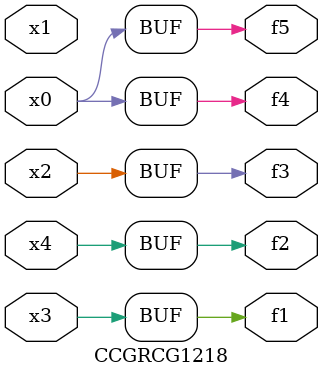
<source format=v>
module CCGRCG1218(
	input x0, x1, x2, x3, x4,
	output f1, f2, f3, f4, f5
);
	assign f1 = x3;
	assign f2 = x4;
	assign f3 = x2;
	assign f4 = x0;
	assign f5 = x0;
endmodule

</source>
